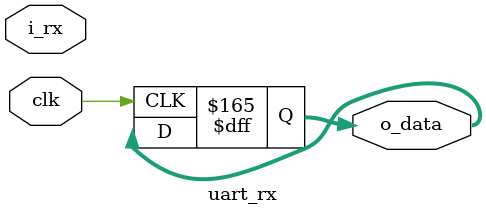
<source format=v>
module uart_rx 
#(parameter CLK_PER_BIT=833) //19200 baud rate
(
	input		clk,
	input 		i_rx,
	output reg[7:0] o_data
	);
	
	reg				r_r_data;//incoming data
	reg				r_r;//to fix metastability issues
	reg		[7:0]	r_data;
	reg		[7:0]	r_clk_count;//to check middle of the bit
	reg		[2:0]	r_bit_index;
	reg		[1:0]	r_state;
	
	parameter		s_idle=2'b00;
	parameter		s_start=2'b01;
	parameter	 	s_receive=2'b10;
  parameter		s_stop=2'b11;
	
	always @(posedge clk) begin //fix metastability issues
		r_r_data<=i_rx;
		r_r<=r_r_data;
	end

	always @(posedge clk) begin
		case (r_state)
        	s_idle: begin //if line is high then stay idle
                if (r_r) begin
                    r_state<=s_idle;
                    r_clk_count<=0;
                    r_bit_index<=0;
                end else r_state<=s_start;
            end
            s_start: begin //check if line is low for long enough
                if (r_clk_count==(CLK_PER_BIT-1)/2) begin
                    if (r_r) r_state=s_idle;
                    else begin 
                        r_state<=s_receive;
                        r_clk_count=0;
                    end
                end else begin
                    r_clk_count<=r_clk_count+1;
                    r_state<=s_start;
                end
            end
            s_receive: begin //wait for middle of bit and apend it to register
                if (r_clk_count==(CLK_PER_BIT-1)/2) begin
                    r_data[r_bit_index]<=r_r;
                   	r_bit_index<=r_bit_index+1;
                    r_clk_count<=0;
                    if (r_bit_index==7) r_state<=s_stop;
                end else begin
                    r_clk_count<=r_clk_count+1;
                    r_state<=s_receive;
                end
            end
            s_stop: begin
            	if (r_clk_count==(CLK_PER_BIT-1)/2) begin
                    r_clk_count<=0;
                    if (r_r==1) begin
                        r_state<=s_idle;
                        o_data<=r_data;
                    end
                end else begin
                    r_clk_count<=r_clk_count+1;
                    r_state<=s_stop;
                end
            end
        endcase
	end
endmodule

</source>
